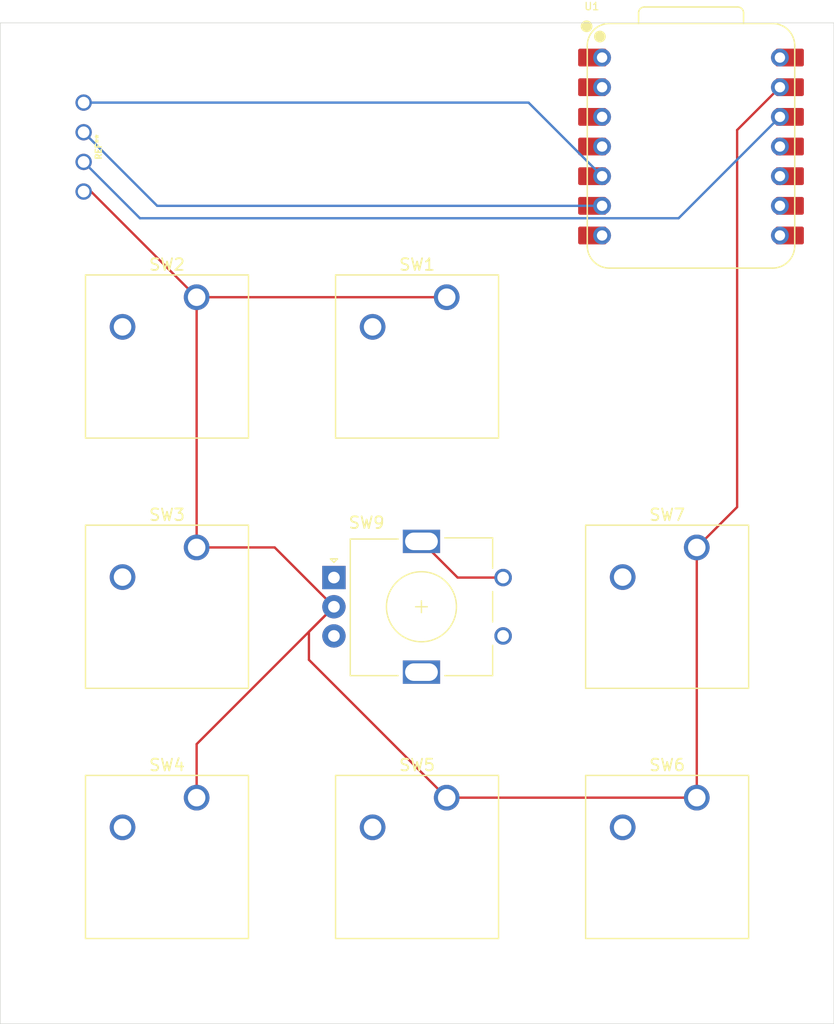
<source format=kicad_pcb>
(kicad_pcb (version 20241229) (generator "pcbnew") (generator_version "9.0")
  (layers (0 "F.Cu" signal) (2 "B.Cu" signal) (13 "F.Paste" user) (15 "B.Paste" user) (5 "F.SilkS" user "F.Silkscreen") (7 "B.SilkS" user "B.Silkscreen") (1 "F.Mask" user) (3 "B.Mask" user) (25 "Edge.Cuts" user))
  (net 0 "")
  (net 1 "Net-(OL1-SDA)")
  (net 2 "Net-(OL1-SCL)")
  (net 3 "Net-(OL1-VCC)")
  (net 4 "GND")
  (net 5 "Net-(U1-GPIO26{slash}ADC0{slash}A0)")
  (net 6 "Net-(U1-GPIO27{slash}ADC1{slash}A1)")
  (net 7 "Net-(U1-GPIO28{slash}ADC2{slash}A2)")
  (net 8 "Net-(U1-GPIO29{slash}ADC3{slash}A3)")
  (net 9 "Net-(U1-GPIO0{slash}TX)")
  (net 10 "Net-(U1-GPIO1{slash}RX)")
  (net 11 "Net-(U1-GPIO2{slash}SCK)")
  (net 12 "Net-(U1-GPIO4{slash}MISO)")
  (net 13 "Net-(U1-GPIO3{slash}MOSI)")
  (net 14 "+5V")
  (footprint "Button_Switch_Keyboard:SW_Cherry_MX_1.00u_PCB" (layer "F.Cu") (at 188.2775 104.4575)
    (property "Reference" "SW3" (at -2.54 -2.794 0) (layer "F.SilkS"))
    (property "Value" "SW_Push")
    (fp_line (start -9.525 -1.905) (end 4.445 -1.905) (stroke (width 0.12)) (layer "F.SilkS"))
    (fp_line (start -9.525 12.065) (end -9.525 -1.905) (stroke (width 0.12)) (layer "F.SilkS"))
    (fp_line (start 4.445 -1.905) (end 4.445 12.065) (stroke (width 0.12)) (layer "F.SilkS"))
    (fp_line (start 4.445 12.065) (end -9.525 12.065) (stroke (width 0.12)) (layer "F.SilkS"))
    (pad "" np_thru_hole circle (at -7.62 5.08) (size 1.7 1.7) (drill 1.7) (layers "*.Cu" "*.Mask"))
    (pad "" np_thru_hole circle (at -2.54 5.08) (size 4 4) (drill 4) (layers "*.Cu" "*.Mask"))
    (pad "" np_thru_hole circle (at 2.54 5.08) (size 1.7 1.7) (drill 1.7) (layers "*.Cu" "*.Mask"))
    (pad "1" thru_hole circle (at 0 0) (size 2.2 2.2) (drill 1.5) (layers "*.Cu" "*.Mask") (net 4 "GND"))
    (pad "2" thru_hole circle (at -6.35 2.54) (size 2.2 2.2) (drill 1.5) (layers "*.Cu" "*.Mask") (net 7 "Net-(U1-GPIO28{slash}ADC2{slash}A2)"))
  )
  (footprint "Button_Switch_Keyboard:SW_Cherry_MX_1.00u_PCB" (layer "F.Cu") (at 231.14 104.4575)
    (property "Reference" "SW7" (at -2.54 -2.794 0) (layer "F.SilkS"))
    (property "Value" "SW_Push")
    (fp_line (start -9.525 -1.905) (end 4.445 -1.905) (stroke (width 0.12)) (layer "F.SilkS"))
    (fp_line (start -9.525 12.065) (end -9.525 -1.905) (stroke (width 0.12)) (layer "F.SilkS"))
    (fp_line (start 4.445 -1.905) (end 4.445 12.065) (stroke (width 0.12)) (layer "F.SilkS"))
    (fp_line (start 4.445 12.065) (end -9.525 12.065) (stroke (width 0.12)) (layer "F.SilkS"))
    (pad "" np_thru_hole circle (at -7.62 5.08) (size 1.7 1.7) (drill 1.7) (layers "*.Cu" "*.Mask"))
    (pad "" np_thru_hole circle (at -2.54 5.08) (size 4 4) (drill 4) (layers "*.Cu" "*.Mask"))
    (pad "" np_thru_hole circle (at 2.54 5.08) (size 1.7 1.7) (drill 1.7) (layers "*.Cu" "*.Mask"))
    (pad "1" thru_hole circle (at 0 0) (size 2.2 2.2) (drill 1.5) (layers "*.Cu" "*.Mask") (net 4 "GND"))
    (pad "2" thru_hole circle (at -6.35 2.54) (size 2.2 2.2) (drill 1.5) (layers "*.Cu" "*.Mask") (net 11 "Net-(U1-GPIO2{slash}SCK)"))
  )
  (footprint "Button_Switch_Keyboard:SW_Cherry_MX_1.00u_PCB" (layer "F.Cu") (at 209.70875 83.02625)
    (property "Reference" "SW1" (at -2.54 -2.794 0) (layer "F.SilkS"))
    (property "Value" "SW_Push")
    (fp_line (start -9.525 -1.905) (end 4.445 -1.905) (stroke (width 0.12)) (layer "F.SilkS"))
    (fp_line (start -9.525 12.065) (end -9.525 -1.905) (stroke (width 0.12)) (layer "F.SilkS"))
    (fp_line (start 4.445 -1.905) (end 4.445 12.065) (stroke (width 0.12)) (layer "F.SilkS"))
    (fp_line (start 4.445 12.065) (end -9.525 12.065) (stroke (width 0.12)) (layer "F.SilkS"))
    (pad "" np_thru_hole circle (at -7.62 5.08) (size 1.7 1.7) (drill 1.7) (layers "*.Cu" "*.Mask"))
    (pad "" np_thru_hole circle (at -2.54 5.08) (size 4 4) (drill 4) (layers "*.Cu" "*.Mask"))
    (pad "" np_thru_hole circle (at 2.54 5.08) (size 1.7 1.7) (drill 1.7) (layers "*.Cu" "*.Mask"))
    (pad "1" thru_hole circle (at 0 0) (size 2.2 2.2) (drill 1.5) (layers "*.Cu" "*.Mask") (net 4 "GND"))
    (pad "2" thru_hole circle (at -6.35 2.54) (size 2.2 2.2) (drill 1.5) (layers "*.Cu" "*.Mask") (net 5 "Net-(U1-GPIO26{slash}ADC0{slash}A0)"))
  )
  (footprint "Rotary_Encoder:RotaryEncoder_Alps_EC11E_Vertical_H20mm" (layer "F.Cu") (at 200.04375 107.0375)
    (property "Reference" "SW9" (at 2.8 -4.7 0) (layer "F.SilkS"))
    (property "Value" "RotaryEncoder")
    (fp_line (start -0.3 -1.6) (end 0.3 -1.6) (stroke (width 0.12)) (layer "F.SilkS"))
    (fp_line (start 0 -1.3) (end -0.3 -1.6) (stroke (width 0.12)) (layer "F.SilkS"))
    (fp_line (start 0.3 -1.6) (end 0 -1.3) (stroke (width 0.12)) (layer "F.SilkS"))
    (fp_line (start 1.4 -3.3) (end 1.4 8.4) (stroke (width 0.12)) (layer "F.SilkS"))
    (fp_line (start 5.5 -3.3) (end 1.4 -3.3) (stroke (width 0.12)) (layer "F.SilkS"))
    (fp_line (start 5.5 8.4) (end 1.4 8.4) (stroke (width 0.12)) (layer "F.SilkS"))
    (fp_line (start 7 2.5) (end 8 2.5) (stroke (width 0.12)) (layer "F.SilkS"))
    (fp_line (start 7.5 2) (end 7.5 3) (stroke (width 0.12)) (layer "F.SilkS"))
    (fp_line (start 9.5 -3.4) (end 13.6 -3.4) (stroke (width 0.12)) (layer "F.SilkS"))
    (fp_line (start 13.6 -3.4) (end 13.6 -0.8) (stroke (width 0.12)) (layer "F.SilkS"))
    (fp_line (start 13.6 1.2) (end 13.6 3.8) (stroke (width 0.12)) (layer "F.SilkS"))
    (fp_line (start 13.6 5.8) (end 13.6 8.4) (stroke (width 0.12)) (layer "F.SilkS"))
    (fp_line (start 13.6 8.4) (end 9.5 8.4) (stroke (width 0.12)) (layer "F.SilkS"))
    (fp_circle (center 7.5 2.5) (end 10.5 2.5) (stroke (width 0.12)) (fill no) (layer "F.SilkS"))
    (pad "" thru_hole circle (at 14.5 0) (size 1.5 1.5) (drill 1) (layers "*.Cu" "*.Mask"))
    (pad "" thru_hole circle (at 14.5 5) (size 1.5 1.5) (drill 1) (layers "*.Cu" "*.Mask"))
    (pad "A" thru_hole rect (at 0 0) (size 2 2) (drill 1) (layers "*.Cu" "*.Mask") (net 13 "Net-(U1-GPIO3{slash}MOSI)"))
    (pad "B" thru_hole circle (at 0 5) (size 2 2) (drill 1) (layers "*.Cu" "*.Mask") (net 12 "Net-(U1-GPIO4{slash}MISO)"))
    (pad "C" thru_hole circle (at 0 2.5) (size 2 2) (drill 1) (layers "*.Cu" "*.Mask") (net 4 "GND"))
    (pad "MP" thru_hole rect (at 7.5 -3.1) (size 3.2 2) (drill oval 2.8 1.5) (layers "*.Cu" "*.Mask"))
    (pad "MP" thru_hole rect (at 7.5 8.1) (size 3.2 2) (drill oval 2.8 1.5) (layers "*.Cu" "*.Mask"))
  )
  (footprint "OPL:XIAO-RP2040-DIP" (layer "F.Cu") (at 230.645 70.12)
    (property "Reference" "U1" (at -8.5 -12 0) (layer "F.SilkS") (effects (font (size 0.635 0.635) (thickness 0.1016))))
    (property "Value" "XIAO-RP2040-DIP")
    (fp_line (start -8.89 8.509) (end -8.89 -8.636) (stroke (width 0.127)) (layer "F.SilkS"))
    (fp_line (start -6.985 10.414) (end 6.985 10.414) (stroke (width 0.127)) (layer "F.SilkS"))
    (fp_line (start -4.495 -10.541) (end -4.491272 -11.451272) (stroke (width 0.127)) (layer "F.SilkS"))
    (fp_line (start -3.991272 -11.951) (end 4.004 -11.951) (stroke (width 0.127)) (layer "F.SilkS"))
    (fp_line (start 4.504 -11.451) (end 4.504 -10.541) (stroke (width 0.127)) (layer "F.SilkS"))
    (fp_line (start 6.985 -10.541) (end -6.985 -10.541) (stroke (width 0.1)) (layer "F.SilkS"))
    (fp_line (start 6.985 -10.541) (end -6.985 -10.541) (stroke (width 0.127)) (layer "F.SilkS"))
    (fp_line (start 8.89 8.509) (end 8.89 -8.636) (stroke (width 0.127)) (layer "F.SilkS"))
    (fp_arc (start -8.89 -8.636) (mid -8.332038 -9.983038) (end -6.985 -10.541) (stroke (width 0.127)) (layer "F.SilkS"))
    (fp_arc (start -6.985 10.414) (mid -8.332038 9.856038) (end -8.89 8.509) (stroke (width 0.127)) (layer "F.SilkS"))
    (fp_arc (start -4.491272 -11.451272) (mid -4.344728 -11.80464) (end -3.991272 -11.951) (stroke (width 0.127)) (layer "F.SilkS"))
    (fp_arc (start 4.004 -11.951) (mid 4.357553 -11.804553) (end 4.504 -11.451) (stroke (width 0.127)) (layer "F.SilkS"))
    (fp_arc (start 6.985 -10.541) (mid 8.332038 -9.983038) (end 8.89 -8.636) (stroke (width 0.127)) (layer "F.SilkS"))
    (fp_arc (start 8.89 8.509) (mid 8.332038 9.856038) (end 6.985 10.414) (stroke (width 0.127)) (layer "F.SilkS"))
    (fp_circle (center -8.95 -10.3) (end -8.95 -10.554) (stroke (width 0.5)) (fill yes) (layer "F.SilkS"))
    (fp_circle (center -7.807 -9.42) (end -7.807 -9.674) (stroke (width 0.5)) (fill yes) (layer "F.SilkS"))
    (pad "1" smd roundrect (at -8.455 -7.62 180) (size 2.432 1.524) (layers "F.Cu" "F.Mask") (roundrect_rratio 0.1) (net 5 "Net-(U1-GPIO26{slash}ADC0{slash}A0)"))
    (pad "1" thru_hole circle (at -7.62 -7.62 180) (size 1.524 1.524) (drill 0.889) (layers "*.Cu" "*.Mask") (net 5 "Net-(U1-GPIO26{slash}ADC0{slash}A0)"))
    (pad "2" smd roundrect (at -8.455 -5.08 180) (size 2.432 1.524) (layers "F.Cu" "F.Mask") (roundrect_rratio 0.1) (net 6 "Net-(U1-GPIO27{slash}ADC1{slash}A1)"))
    (pad "2" thru_hole circle (at -7.62 -5.08 180) (size 1.524 1.524) (drill 0.889) (layers "*.Cu" "*.Mask") (net 6 "Net-(U1-GPIO27{slash}ADC1{slash}A1)"))
    (pad "3" smd roundrect (at -8.455 -2.54 180) (size 2.432 1.524) (layers "F.Cu" "F.Mask") (roundrect_rratio 0.1) (net 7 "Net-(U1-GPIO28{slash}ADC2{slash}A2)"))
    (pad "3" thru_hole circle (at -7.62 -2.54 180) (size 1.524 1.524) (drill 0.889) (layers "*.Cu" "*.Mask") (net 7 "Net-(U1-GPIO28{slash}ADC2{slash}A2)"))
    (pad "4" smd roundrect (at -8.455 0 180) (size 2.432 1.524) (layers "F.Cu" "F.Mask") (roundrect_rratio 0.1) (net 8 "Net-(U1-GPIO29{slash}ADC3{slash}A3)"))
    (pad "4" thru_hole circle (at -7.62 0 180) (size 1.524 1.524) (drill 0.889) (layers "*.Cu" "*.Mask") (net 8 "Net-(U1-GPIO29{slash}ADC3{slash}A3)"))
    (pad "5" smd roundrect (at -8.455 2.54 180) (size 2.432 1.524) (layers "F.Cu" "F.Mask") (roundrect_rratio 0.1) (net 1 "Net-(OL1-SDA)"))
    (pad "5" thru_hole circle (at -7.62 2.54 180) (size 1.524 1.524) (drill 0.889) (layers "*.Cu" "*.Mask") (net 1 "Net-(OL1-SDA)"))
    (pad "6" smd roundrect (at -8.455 5.08 180) (size 2.432 1.524) (layers "F.Cu" "F.Mask") (roundrect_rratio 0.1) (net 2 "Net-(OL1-SCL)"))
    (pad "6" thru_hole circle (at -7.62 5.08 180) (size 1.524 1.524) (drill 0.889) (layers "*.Cu" "*.Mask") (net 2 "Net-(OL1-SCL)"))
    (pad "7" smd roundrect (at -8.455 7.62 180) (size 2.432 1.524) (layers "F.Cu" "F.Mask") (roundrect_rratio 0.1) (net 9 "Net-(U1-GPIO0{slash}TX)"))
    (pad "7" thru_hole circle (at -7.62 7.62 180) (size 1.524 1.524) (drill 0.889) (layers "*.Cu" "*.Mask") (net 9 "Net-(U1-GPIO0{slash}TX)"))
    (pad "8" thru_hole circle (at 7.62 7.62) (size 1.524 1.524) (drill 0.889) (layers "*.Cu" "*.Mask") (net 10 "Net-(U1-GPIO1{slash}RX)"))
    (pad "8" smd roundrect (at 8.455 7.62) (size 2.432 1.524) (layers "F.Cu" "F.Mask") (roundrect_rratio 0.1) (net 10 "Net-(U1-GPIO1{slash}RX)"))
    (pad "9" thru_hole circle (at 7.62 5.08) (size 1.524 1.524) (drill 0.889) (layers "*.Cu" "*.Mask") (net 11 "Net-(U1-GPIO2{slash}SCK)"))
    (pad "9" smd roundrect (at 8.455 5.08) (size 2.432 1.524) (layers "F.Cu" "F.Mask") (roundrect_rratio 0.1) (net 11 "Net-(U1-GPIO2{slash}SCK)"))
    (pad "10" thru_hole circle (at 7.62 2.54) (size 1.524 1.524) (drill 0.889) (layers "*.Cu" "*.Mask") (net 12 "Net-(U1-GPIO4{slash}MISO)"))
    (pad "10" smd roundrect (at 8.455 2.54) (size 2.432 1.524) (layers "F.Cu" "F.Mask") (roundrect_rratio 0.1) (net 12 "Net-(U1-GPIO4{slash}MISO)"))
    (pad "11" thru_hole circle (at 7.62 0) (size 1.524 1.524) (drill 0.889) (layers "*.Cu" "*.Mask") (net 13 "Net-(U1-GPIO3{slash}MOSI)"))
    (pad "11" smd roundrect (at 8.455 0) (size 2.432 1.524) (layers "F.Cu" "F.Mask") (roundrect_rratio 0.1) (net 13 "Net-(U1-GPIO3{slash}MOSI)"))
    (pad "12" thru_hole circle (at 7.62 -2.54) (size 1.524 1.524) (drill 0.889) (layers "*.Cu" "*.Mask") (net 3 "Net-(OL1-VCC)"))
    (pad "12" smd roundrect (at 8.455 -2.54) (size 2.432 1.524) (layers "F.Cu" "F.Mask") (roundrect_rratio 0.1) (net 3 "Net-(OL1-VCC)"))
    (pad "13" thru_hole circle (at 7.62 -5.08) (size 1.524 1.524) (drill 0.889) (layers "*.Cu" "*.Mask") (net 4 "GND"))
    (pad "13" smd roundrect (at 8.455 -5.08) (size 2.432 1.524) (layers "F.Cu" "F.Mask") (roundrect_rratio 0.1) (net 4 "GND"))
    (pad "14" thru_hole circle (at 7.62 -7.62) (size 1.524 1.524) (drill 0.889) (layers "*.Cu" "*.Mask") (net 14 "+5V"))
    (pad "14" smd roundrect (at 8.455 -7.62) (size 2.432 1.524) (layers "F.Cu" "F.Mask") (roundrect_rratio 0.1) (net 14 "+5V"))
  )
  (footprint "OLEDS:OLED" (layer "F.Cu") (at 178.59375 70.1675 -90)
    (property "Reference" "OL1")
    (property "Value" "OLED" (hide yes))
    (fp_text user "REF**" (at -0.01 -1.28 90) (layer "F.SilkS") (effects (font (size 0.5 0.5) (thickness 0.125) (bold yes))))
    (pad "1" thru_hole circle (at -3.81 0 270) (size 1.4 1.4) (drill 1) (layers "*.Cu" "*.Mask") (net 1 "Net-(OL1-SDA)"))
    (pad "2" thru_hole circle (at -1.27 0 270) (size 1.4 1.4) (drill 1) (layers "*.Cu" "*.Mask") (net 2 "Net-(OL1-SCL)"))
    (pad "3" thru_hole circle (at 1.27 0 270) (size 1.4 1.4) (drill 1) (layers "*.Cu" "*.Mask") (net 3 "Net-(OL1-VCC)"))
    (pad "4" thru_hole circle (at 3.81 0 270) (size 1.4 1.4) (drill 1) (layers "*.Cu" "*.Mask") (net 4 "GND"))
  )
  (footprint "Button_Switch_Keyboard:SW_Cherry_MX_1.00u_PCB" (layer "F.Cu") (at 188.2775 83.02625)
    (property "Reference" "SW2" (at -2.54 -2.794 0) (layer "F.SilkS"))
    (property "Value" "SW_Push")
    (fp_line (start -9.525 -1.905) (end 4.445 -1.905) (stroke (width 0.12)) (layer "F.SilkS"))
    (fp_line (start -9.525 12.065) (end -9.525 -1.905) (stroke (width 0.12)) (layer "F.SilkS"))
    (fp_line (start 4.445 -1.905) (end 4.445 12.065) (stroke (width 0.12)) (layer "F.SilkS"))
    (fp_line (start 4.445 12.065) (end -9.525 12.065) (stroke (width 0.12)) (layer "F.SilkS"))
    (pad "" np_thru_hole circle (at -7.62 5.08) (size 1.7 1.7) (drill 1.7) (layers "*.Cu" "*.Mask"))
    (pad "" np_thru_hole circle (at -2.54 5.08) (size 4 4) (drill 4) (layers "*.Cu" "*.Mask"))
    (pad "" np_thru_hole circle (at 2.54 5.08) (size 1.7 1.7) (drill 1.7) (layers "*.Cu" "*.Mask"))
    (pad "1" thru_hole circle (at 0 0) (size 2.2 2.2) (drill 1.5) (layers "*.Cu" "*.Mask") (net 4 "GND"))
    (pad "2" thru_hole circle (at -6.35 2.54) (size 2.2 2.2) (drill 1.5) (layers "*.Cu" "*.Mask") (net 6 "Net-(U1-GPIO27{slash}ADC1{slash}A1)"))
  )
  (footprint "Button_Switch_Keyboard:SW_Cherry_MX_1.00u_PCB" (layer "F.Cu") (at 231.14 125.88875)
    (property "Reference" "SW6" (at -2.54 -2.794 0) (layer "F.SilkS"))
    (property "Value" "SW_Push")
    (fp_line (start -9.525 -1.905) (end 4.445 -1.905) (stroke (width 0.12)) (layer "F.SilkS"))
    (fp_line (start -9.525 12.065) (end -9.525 -1.905) (stroke (width 0.12)) (layer "F.SilkS"))
    (fp_line (start 4.445 -1.905) (end 4.445 12.065) (stroke (width 0.12)) (layer "F.SilkS"))
    (fp_line (start 4.445 12.065) (end -9.525 12.065) (stroke (width 0.12)) (layer "F.SilkS"))
    (pad "" np_thru_hole circle (at -7.62 5.08) (size 1.7 1.7) (drill 1.7) (layers "*.Cu" "*.Mask"))
    (pad "" np_thru_hole circle (at -2.54 5.08) (size 4 4) (drill 4) (layers "*.Cu" "*.Mask"))
    (pad "" np_thru_hole circle (at 2.54 5.08) (size 1.7 1.7) (drill 1.7) (layers "*.Cu" "*.Mask"))
    (pad "1" thru_hole circle (at 0 0) (size 2.2 2.2) (drill 1.5) (layers "*.Cu" "*.Mask") (net 4 "GND"))
    (pad "2" thru_hole circle (at -6.35 2.54) (size 2.2 2.2) (drill 1.5) (layers "*.Cu" "*.Mask") (net 10 "Net-(U1-GPIO1{slash}RX)"))
  )
  (footprint "Button_Switch_Keyboard:SW_Cherry_MX_1.00u_PCB" (layer "F.Cu") (at 188.2775 125.88875)
    (property "Reference" "SW4" (at -2.54 -2.794 0) (layer "F.SilkS"))
    (property "Value" "SW_Push")
    (fp_line (start -9.525 -1.905) (end 4.445 -1.905) (stroke (width 0.12)) (layer "F.SilkS"))
    (fp_line (start -9.525 12.065) (end -9.525 -1.905) (stroke (width 0.12)) (layer "F.SilkS"))
    (fp_line (start 4.445 -1.905) (end 4.445 12.065) (stroke (width 0.12)) (layer "F.SilkS"))
    (fp_line (start 4.445 12.065) (end -9.525 12.065) (stroke (width 0.12)) (layer "F.SilkS"))
    (pad "" np_thru_hole circle (at -7.62 5.08) (size 1.7 1.7) (drill 1.7) (layers "*.Cu" "*.Mask"))
    (pad "" np_thru_hole circle (at -2.54 5.08) (size 4 4) (drill 4) (layers "*.Cu" "*.Mask"))
    (pad "" np_thru_hole circle (at 2.54 5.08) (size 1.7 1.7) (drill 1.7) (layers "*.Cu" "*.Mask"))
    (pad "1" thru_hole circle (at 0 0) (size 2.2 2.2) (drill 1.5) (layers "*.Cu" "*.Mask") (net 4 "GND"))
    (pad "2" thru_hole circle (at -6.35 2.54) (size 2.2 2.2) (drill 1.5) (layers "*.Cu" "*.Mask") (net 8 "Net-(U1-GPIO29{slash}ADC3{slash}A3)"))
  )
  (footprint "Button_Switch_Keyboard:SW_Cherry_MX_1.00u_PCB" (layer "F.Cu") (at 209.70875 125.88875)
    (property "Reference" "SW5" (at -2.54 -2.794 0) (layer "F.SilkS"))
    (property "Value" "SW_Push")
    (fp_line (start -9.525 -1.905) (end 4.445 -1.905) (stroke (width 0.12)) (layer "F.SilkS"))
    (fp_line (start -9.525 12.065) (end -9.525 -1.905) (stroke (width 0.12)) (layer "F.SilkS"))
    (fp_line (start 4.445 -1.905) (end 4.445 12.065) (stroke (width 0.12)) (layer "F.SilkS"))
    (fp_line (start 4.445 12.065) (end -9.525 12.065) (stroke (width 0.12)) (layer "F.SilkS"))
    (pad "" np_thru_hole circle (at -7.62 5.08) (size 1.7 1.7) (drill 1.7) (layers "*.Cu" "*.Mask"))
    (pad "" np_thru_hole circle (at -2.54 5.08) (size 4 4) (drill 4) (layers "*.Cu" "*.Mask"))
    (pad "" np_thru_hole circle (at 2.54 5.08) (size 1.7 1.7) (drill 1.7) (layers "*.Cu" "*.Mask"))
    (pad "1" thru_hole circle (at 0 0) (size 2.2 2.2) (drill 1.5) (layers "*.Cu" "*.Mask") (net 4 "GND"))
    (pad "2" thru_hole circle (at -6.35 2.54) (size 2.2 2.2) (drill 1.5) (layers "*.Cu" "*.Mask") (net 9 "Net-(U1-GPIO0{slash}TX)"))
  )
  (gr_rect (start 171.45 59.53125) (end 242.8875 145.25625) (stroke (width 0.05)) (fill no) (layer "Edge.Cuts"))
  (segment (start 210.64375 107.0375) (end 207.54375 103.9375) (width 0.2) (layer "F.Cu") (net 0))
  (segment (start 214.54375 107.0375) (end 210.64375 107.0375) (width 0.2) (layer "F.Cu") (net 0))
  (segment (start 178.59375 66.3575) (end 216.7225 66.3575) (width 0.2) (layer "B.Cu") (net 1))
  (segment (start 216.7225 66.3575) (end 223.025 72.66) (width 0.2) (layer "B.Cu") (net 1))
  (segment (start 184.89625 75.2) (end 223.025 75.2) (width 0.2) (layer "B.Cu") (net 2))
  (segment (start 178.59375 68.8975) (end 184.89625 75.2) (width 0.2) (layer "B.Cu") (net 2))
  (segment (start 178.59375 71.4375) (end 183.41925 76.263) (width 0.2) (layer "B.Cu") (net 3))
  (segment (start 229.582 76.263) (end 238.265 67.58) (width 0.2) (layer "B.Cu") (net 3))
  (segment (start 183.41925 76.263) (end 229.582 76.263) (width 0.2) (layer "B.Cu") (net 3))
  (segment (start 188.2775 121.30375) (end 200.04375 109.5375) (width 0.2) (layer "F.Cu") (net 4))
  (segment (start 231.14 104.4575) (end 234.6 100.9975) (width 0.2) (layer "F.Cu") (net 4))
  (segment (start 234.6 68.705) (end 238.265 65.04) (width 0.2) (layer "F.Cu") (net 4))
  (segment (start 188.2775 104.4575) (end 188.2775 83.02625) (width 0.2) (layer "F.Cu") (net 4))
  (segment (start 231.14 104.4575) (end 231.14 125.88875) (width 0.2) (layer "F.Cu") (net 4))
  (segment (start 188.2775 83.02625) (end 179.22875 73.9775) (width 0.2) (layer "F.Cu") (net 4))
  (segment (start 197.9 111.68125) (end 200.04375 109.5375) (width 0.2) (layer "F.Cu") (net 4))
  (segment (start 234.6 100.9975) (end 234.6 68.705) (width 0.2) (layer "F.Cu") (net 4))
  (segment (start 188.2775 125.88875) (end 188.2775 121.30375) (width 0.2) (layer "F.Cu") (net 4))
  (segment (start 197.9 114.08) (end 197.9 111.68125) (width 0.2) (layer "F.Cu") (net 4))
  (segment (start 188.2775 83.02625) (end 209.70875 83.02625) (width 0.2) (layer "F.Cu") (net 4))
  (segment (start 209.70875 125.88875) (end 197.9 114.08) (width 0.2) (layer "F.Cu") (net 4))
  (segment (start 179.22875 73.9775) (end 178.59375 73.9775) (width 0.2) (layer "F.Cu") (net 4))
  (segment (start 188.2775 104.4575) (end 194.96375 104.4575) (width 0.2) (layer "F.Cu") (net 4))
  (segment (start 231.14 125.88875) (end 209.70875 125.88875) (width 0.2) (layer "F.Cu") (net 4))
  (segment (start 194.96375 104.4575) (end 200.04375 109.5375) (width 0.2) (layer "F.Cu") (net 4))
)
</source>
